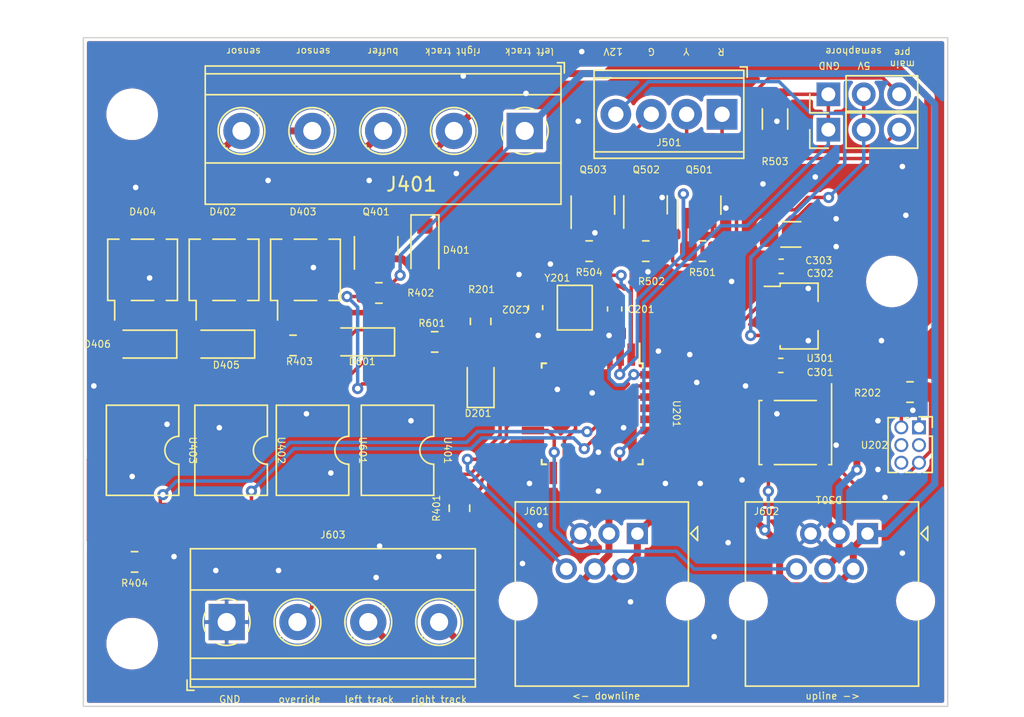
<source format=kicad_pcb>
(kicad_pcb (version 20211014) (generator pcbnew)
  (layers (0 "F.Cu" signal) (31 "B.Cu" signal) (34 "B.Paste" user) (35 "F.Paste" user) (36 "B.SilkS" user "B.Silkscreen") (37 "F.SilkS" user "F.Silkscreen") (38 "B.Mask" user) (39 "F.Mask" user) (44 "Edge.Cuts" user))
  (net 0 "")
  (net 1 "GND")
  (net 2 "/controller/X1")
  (net 3 "/controller/X2")
  (net 4 "+5V")
  (net 5 "Net-(D201-Pad2)")
  (net 6 "/mosfets/track_downline")
  (net 7 "/mosfets/buffer")
  (net 8 "Net-(D402-Pad3)")
  (net 9 "/mosfets/track_upline")
  (net 10 "Net-(D403-Pad3)")
  (net 11 "rightTrack")
  (net 12 "leftTrack")
  (net 13 "Net-(J501-Pad1)")
  (net 14 "Net-(J501-Pad2)")
  (net 15 "Net-(J501-Pad3)")
  (net 16 "+12V")
  (net 17 "direction")
  (net 18 "downLine")
  (net 19 "upLine")
  (net 20 "override")
  (net 21 "/controller/statusLed")
  (net 22 "/controller/RESET")
  (net 23 "semaphore_pre")
  (net 24 "semaphore_main")
  (net 25 "servoDetect")
  (net 26 "greenLed")
  (net 29 "PWM")
  (net 38 "sensor_downline")
  (net 39 "sensor_upline")
  (net 40 "/controller/MOSI")
  (net 41 "/controller/SCK")
  (net 42 "/controller/MISO")
  (net 43 "Net-(D401-Pad2)")
  (net 44 "Net-(R401-Pad1)")
  (net 45 "Net-(D601-Pad2)")
  (net 46 "Net-(Q401-Pad1)")
  (net 47 "Net-(D405-Pad1)")
  (net 48 "Net-(D404-Pad3)")
  (net 49 "Net-(D406-Pad1)")
  (footprint "Connector_RJ:RJ25_Wayconn_MJEA-660X1_Horizontal" (layer "F.Cu") (at 78.74 101.6)
    (fp_text reference "J601")
    (fp_text value "RJ12")
  )
  (footprint "Connector_PinHeader_2.54mm:PinHeader_1x03_P2.54mm_Vertical" (layer "F.Cu") (at 92.439 70.064 90)
    (fp_text reference "servo501" hide)
    (fp_text value "Conn_01x03_Male")
  )
  (footprint "TerminalBlock_Phoenix:TerminalBlock_Phoenix_MPT-0,5-4-2.54_1x04_P2.54mm_Horizontal" (layer "F.Cu") (at 84.815 71.5 180)
    (fp_text reference "J501")
    (fp_text value "signals")
  )
  (footprint "Resistor_SMD:R_0805_2012Metric_Pad1.20x1.40mm_HandSolder" (layer "F.Cu") (at 67.496 86.37 -90)
    (fp_text reference "R201")
    (fp_text value "R")
  )
  (footprint "Capacitor_SMD:C_0603_1608Metric_Pad1.08x0.95mm_HandSolder" (layer "F.Cu") (at 89.028 89.52725)
    (fp_text reference "C301")
    (fp_text value "330nF")
  )
  (footprint "Resistor_SMD:R_0805_2012Metric_Pad1.20x1.40mm_HandSolder" (layer "F.Cu") (at 83.408 81.322)
    (fp_text reference "R501")
    (fp_text value "100k")
  )
  (footprint "Resistor_SMD:R_0805_2012Metric_Pad1.20x1.40mm_HandSolder" (layer "F.Cu") (at 79.344 81.322)
    (fp_text reference "R502")
    (fp_text value "100k")
  )
  (footprint "Diode_SMD:D_SOD-123F" (layer "F.Cu") (at 59.121 87.839489 180)
    (fp_text reference "D601")
    (fp_text value "SM4007")
  )
  (footprint "Package_DIP:SMDIP-4_W9.53mm" (layer "F.Cu") (at 61.534 95.62 -90)
    (fp_text reference "U401")
    (fp_text value "EL817")
  )
  (footprint "Capacitor_SMD:C_0603_1608Metric_Pad1.08x0.95mm_HandSolder" (layer "F.Cu") (at 89.056 82.40925)
    (fp_text reference "C302")
    (fp_text value "100nF")
  )
  (footprint "Connector_PinSocket_1.27mm:PinSocket_2x03_P1.27mm_Vertical" (layer "F.Cu") (at 98.943 93.975)
    (fp_text reference "U202")
    (fp_text value "HEADER_3x2")
  )
  (footprint "Package_QFP:TQFP-32_7x7mm_P0.8mm" (layer "F.Cu") (at 75.5 93 -90)
    (fp_text reference "U201")
    (fp_text value "ATmega328-A")
  )
  (footprint "Resistor_SMD:R_0805_2012Metric_Pad1.20x1.40mm_HandSolder" (layer "F.Cu") (at 54.041 88.093489 180)
    (fp_text reference "R403")
    (fp_text value "33R")
  )
  (footprint "Diode_SMD:D_SOD-123F" (layer "F.Cu") (at 63.5 80.924011 -90)
    (fp_text reference "D401")
    (fp_text value "SM4007")
  )
  (footprint "Capacitor_SMD:C_1206_3216Metric_Pad1.33x1.80mm_HandSolder" (layer "F.Cu") (at 89.752 80.12325)
    (fp_text reference "C303")
    (fp_text value "100uF")
  )
  (footprint "Resistor_SMD:R_0805_2012Metric_Pad1.20x1.40mm_HandSolder" (layer "F.Cu") (at 98.298 91.44 180)
    (fp_text reference "R202")
    (fp_text value "R")
  )
  (footprint "Package_TO_SOT_SMD:SOT-23" (layer "F.Cu") (at 79.324 78 90)
    (fp_text reference "Q502")
    (fp_text value "AO3400A")
  )
  (footprint "Connector_PinHeader_2.54mm:PinHeader_1x03_P2.54mm_Vertical" (layer "F.Cu") (at 92.439 72.604 90)
    (fp_text reference "servo502" hide)
    (fp_text value "Conn_01x03_Male")
  )
  (footprint "Package_TO_SOT_SMD:SOT-89-3" (layer "F.Cu") (at 90.042 85.98325)
    (fp_text reference "U301")
    (fp_text value "L78L05_SOT89")
  )
  (footprint "Package_TO_SOT_SMD:SOT-23" (layer "F.Cu") (at 75.55 78.02 90)
    (fp_text reference "Q503")
    (fp_text value "AO3400A")
  )
  (footprint "Resistor_SMD:R_0805_2012Metric_Pad1.20x1.40mm_HandSolder" (layer "F.Cu") (at 75.28 81.322)
    (fp_text reference "R504")
    (fp_text value "100k")
  )
  (footprint "Resistor_SMD:R_1206_3216Metric_Pad1.30x1.75mm_HandSolder" (layer "F.Cu") (at 88.614 71.842 -90)
    (fp_text reference "R503")
    (fp_text value "0R1")
  )
  (footprint "Resistor_SMD:R_0805_2012Metric_Pad1.20x1.40mm_HandSolder" (layer "F.Cu") (at 42.672 103.632)
    (fp_text reference "R404")
    (fp_text value "33R")
  )
  (footprint "Resistor_SMD:R_0805_2012Metric_Pad1.20x1.40mm_HandSolder" (layer "F.Cu") (at 60.198 84.328)
    (fp_text reference "R402")
    (fp_text value "100k")
  )
  (footprint "Package_TO_SOT_SMD:TO-269AA" (layer "F.Cu") (at 49.088 82.666 90)
    (fp_text reference "D402")
    (fp_text value "MB6S")
  )
  (footprint "Diode_SMD:Diode_Bridge_Diotec_ABS" (layer "F.Cu") (at 90.072 94.34725 -90)
    (fp_text reference "D301")
    (fp_text value "D_Bridge_+-AA")
  )
  (footprint "Package_TO_SOT_SMD:SOT-23" (layer "F.Cu") (at 83.17 78.02 90)
    (fp_text reference "Q501")
    (fp_text value "AO3400A")
  )
  (footprint "Package_TO_SOT_SMD:TO-269AA" (layer "F.Cu") (at 43.246 82.666 90)
    (fp_text reference "D404")
    (fp_text value "MB6S")
  )
  (footprint "TerminalBlock_Phoenix:TerminalBlock_Phoenix_MKDS-1,5-4-5.08_1x04_P5.08mm_Horizontal" (layer "F.Cu") (at 49.276 107.95)
    (fp_text reference "J603")
    (fp_text value "Screw_Terminal_01x04")
  )
  (footprint "custom_kicad_lib_sk:crystal_arduino" (layer "F.Cu") (at 74.23 85.38 90)
    (fp_text reference "Y201")
    (fp_text value "crystal_arduino")
  )
  (footprint "Package_TO_SOT_SMD:SOT-23" (layer "F.Cu") (at 60 80.9375 90)
    (fp_text reference "Q401")
    (fp_text value "AO3400A")
  )
  (footprint "MountingHole:MountingHole_3.2mm_M3" (layer "F.Cu") (at 42.5 109.5)
    (fp_text reference "REF**" hide)
    (fp_text value "MountingHole_3.2mm_M3")
  )
  (footprint "Resistor_SMD:R_0805_2012Metric_Pad1.20x1.40mm_HandSolder" (layer "F.Cu") (at 65.979 99.777489 90)
    (fp_text reference "R401")
    (fp_text value "330R")
  )
  (footprint "Diode_SMD:D_SOD-123F" (layer "F.Cu") (at 43.5 88 180)
    (fp_text reference "D406")
    (fp_text value "SM4007")
  )
  (footprint "Capacitor_SMD:C_0603_1608Metric" (layer "F.Cu") (at 77.11 85.477 -90)
    (fp_text reference "C201")
    (fp_text value "12pF")
  )
  (footprint "Package_DIP:SMDIP-4_W9.53mm" (layer "F.Cu") (at 49.596 95.62 -90)
    (fp_text reference "U402")
    (fp_text value "EL817")
  )
  (footprint "Package_TO_SOT_SMD:TO-269AA" (layer "F.Cu") (at 54.93 82.666 90)
    (fp_text reference "D403")
    (fp_text value "MB6S")
  )
  (footprint "LED_SMD:LED_0805_2012Metric_Pad1.15x1.40mm_HandSolder" (layer "F.Cu") (at 67.496 90.688 90)
    (fp_text reference "D201")
    (fp_text value "yellow_LED")
  )
  (footprint "Package_DIP:SMDIP-4_W9.53mm" (layer "F.Cu") (at 55.438 95.62 -90)
    (fp_text reference "U601")
    (fp_text value "EL817")
  )
  (footprint "Connector_RJ:RJ25_Wayconn_MJEA-660X1_Horizontal" (layer "F.Cu") (at 95.25 101.6)
    (fp_text reference "J602")
    (fp_text value "RJ12")
  )
  (footprint "Resistor_SMD:R_0805_2012Metric_Pad1.20x1.40mm_HandSolder" (layer "F.Cu") (at 64.201 87.839489)
    (fp_text reference "R601")
    (fp_text value "680R")
  )
  (footprint "TerminalBlock_Phoenix:TerminalBlock_Phoenix_MKDS-1,5-5-5.08_1x05_P5.08mm_Horizontal" (layer "F.Cu") (at 70.66 72.695 180)
    (fp_text reference "J401")
    (fp_text value "tracks")
  )
  (footprint "MountingHole:MountingHole_3.2mm_M3" (layer "F.Cu") (at 97 83.5)
    (fp_text reference "REF**" hide)
    (fp_text value "MountingHole_3.2mm_M3")
  )
  (footprint "Capacitor_SMD:C_0603_1608Metric" (layer "F.Cu") (at 71.436 85.38 90)
    (fp_text reference "C202")
    (fp_text value "12pF")
  )
  (footprint "Package_DIP:SMDIP-4_W9.53mm" (layer "F.Cu") (at 43.246 95.62 -90)
    (fp_text reference "U403")
    (fp_text value "EL817")
  )
  (footprint "Diode_SMD:D_SOD-123F" (layer "F.Cu") (at 49.088 88 180)
    (fp_text reference "D405")
    (fp_text value "SM4007")
  )
  (footprint "MountingHole:MountingHole_3.2mm_M3" (layer "F.Cu") (at 42.5 71.5)
    (fp_text reference "REF**" hide)
    (fp_text value "MountingHole_3.2mm_M3")
  )
  (gr_rect (start 39 114) (end 101 66) (layer "Edge.Cuts") (width 0.1) (fill none))
  (gr_text "buffer" (at 60.5 67 180) (layer "F.SilkS") (effects (font (size 0.5 0.5) (thickness 0.075))))
  (gr_text "Y" (at 82.25 66.983602 180) (layer "F.SilkS") (effects (font (size 0.5 0.5) (thickness 0.075))))
  (gr_text "12V" (at 77 67 180) (layer "F.SilkS") (effects (font (size 0.5 0.5) (thickness 0.075))))
  (gr_text "upline ->" (at 92.75 113.25) (layer "F.SilkS") (effects (font (size 0.5 0.5) (thickness 0.075))))
  (gr_text "<- downline" (at 76.5 113.25) (layer "F.SilkS") (effects (font (size 0.5 0.5) (thickness 0.075))))
  (gr_text "left track\n" (at 71 67 180) (layer "F.SilkS") (effects (font (size 0.5 0.5) (thickness 0.075))))
  (gr_text "G" (at 79.75 67 180) (layer "F.SilkS") (effects (font (size 0.5 0.5) (thickness 0.075))))
  (gr_text "GND" (at 49.5 113.5) (layer "F.SilkS") (effects (font (size 0.5 0.5) (thickness 0.075))))
  (gr_text "right track" (at 64.5 113.5) (layer "F.SilkS") (effects (font (size 0.5 0.5) (thickness 0.075))))
  (gr_text "GND" (at 92.5 68 180) (layer "F.SilkS") (effects (font (size 0.5 0.5) (thickness 0.075))))
  (gr_text "R" (at 84.75 67 180) (layer "F.SilkS") (effects (font (size 0.5 0.5) (thickness 0.075))))
  (gr_text "sensor" (at 50.5 67 180) (layer "F.SilkS") (effects (font (size 0.5 0.5) (thickness 0.075))))
  (gr_text "sensor" (at 55.5 67 180) (layer "F.SilkS") (effects (font (size 0.5 0.5) (thickness 0.075))))
  (gr_text "right track" (at 65.5 67 180) (layer "F.SilkS") (effects (font (size 0.5 0.5) (thickness 0.075))))
  (gr_text "semaphore" (at 94.25 67 180) (layer "F.SilkS") (effects (font (size 0.5 0.5) (thickness 0.075))))
  (gr_text "override" (at 54.5 113.5) (layer "F.SilkS") (effects (font (size 0.5 0.5) (thickness 0.075))))
  (gr_text "5V" (at 95 68 180) (layer "F.SilkS") (effects (font (size 0.5 0.5) (thickness 0.075))))
  (gr_text "main\npre" (at 97.75 67.5 180) (layer "F.SilkS") (effects (font (size 0.5 0.5) (thickness 0.075))))
  (gr_text "left track\n" (at 59.5 113.5) (layer "F.SilkS") (effects (font (size 0.5 0.5) (thickness 0.075))))
  (segment (start 76.28 79.1775) (end 76.5 78.9575) (width 0.25) (layer "F.Cu") (net 1))
  (segment (start 76.28 81.322) (end 76.28 79.1775) (width 0.25) (layer "F.Cu") (net 1))
  (segment (start 80.344 81.322) (end 80.344 81.962) (width 0.25) (layer "F.Cu") (net 1))
  (segment (start 76.28 80.598) (end 75.692 80.01) (width 0.25) (layer "F.Cu") (net 1))
  (segment (start 76.28 81.322) (end 76.28 80.598) (width 0.25) (layer "F.Cu") (net 1))
  (segment (start 80.344 81.962) (end 79.502 82.804) (width 0.25) (layer "F.Cu") (net 1))
  (via (at 82.5 88.75) (size 0.8) (drill 0.4) (layers "F.Cu" "B.Cu") (net 1))
  (via (at 97.75 75.25) (size 0.8) (drill 0.4) (layers "F.Cu" "B.Cu") (net 1))
  (via (at 79.502 82.804) (size 0.8) (drill 0.4) (layers "F.Cu" "B.Cu") (net 1))
  (via (at 45 93.75) (size 0.8) (drill 0.4) (layers "F.Cu" "B.Cu") (net 1))
  (via (at 72.5 82.25) (size 0.8) (drill 0.4) (layers "F.Cu" "B.Cu") (net 1))
  (via (at 55 93) (size 0.8) (drill 0.4) (layers "F.Cu" "B.Cu") (net 1))
  (via (at 75.946 98.552) (size 0.8) (drill 0.4) (layers "F.Cu" "B.Cu") (net 1))
  (via (at 83.25 98) (size 0.8) (drill 0.4) (layers "F.Cu" "B.Cu") (net 1))
  (via (at 56.75 97.25) (size 0.8) (drill 0.4) (layers "F.Cu" "B.Cu") (net 1))
  (via (at 74.5 72) (size 0.8) (drill 0.4) (layers "F.Cu" "B.Cu") (net 1))
  (via (at 96 97) (size 0.8) (drill 0.4) (layers "F.Cu" "B.Cu") (net 1))
  (via (at 43.75 83.25) (size 0.8) (drill 0.4) (layers "F.Cu" "B.Cu") (net 1))
  (via (at 60 104.75) (size 0.8) (drill 0.4) (layers "F.Cu" "B.Cu") (net 1))
  (via (at 80.75 98) (size 0.8) (drill 0.4) (layers "F.Cu" "B.Cu") (net 1))
  (via (at 75.946 95.758) (size 0.8) (drill 0.4) (layers "F.Cu" "B.Cu") (net 1))
  (via (at 55.5 82.5) (size 0.8) (drill 0.4) (layers "F.Cu" "B.Cu") (net 1))
  (via (at 80.518 77.47) (size 0.8) (drill 0.4) (layers "F.Cu" "B.Cu") (net 1))
  (via (at 70.25 83) (size 0.8) (drill 0.4) (layers "F.Cu" "B.Cu") (net 1))
  (via (at 70.5 103.75) (size 0.8) (drill 0.4) (layers "F.Cu" "B.Cu") (net 1))
  (via (at 91 87.75) (size 0.8) (drill 0.4) (layers "F.Cu" "B.Cu") (net 1))
  (via (at 53 104.25) (size 0.8) (drill 0.4) (layers "F.Cu" "B.Cu") (net 1))
  (via (at 83 90.75) (size 0.8) (drill 0.4) (layers "F.Cu" "B.Cu") (net 1))
  (via (at 98 78.75) (size 0.8) (drill 0.4) (layers "F.Cu" "B.Cu") (net 1))
  (via (at 77.75 94) (size 0.8) (drill 0.4) (layers "F.Cu" "B.Cu") (net 1))
  (via (at 87.75 76.5) (size 0.8) (drill 0.4) (layers "F.Cu" "B.Cu") (net 1))
  (via (at 42.5 97.5) (size 0.8) (drill 0.4) (layers "F.Cu" "B.Cu") (net 1))
  (via (at 98.5 92.75) (size 0.8) (drill 0.4) (layers "F.Cu" "B.Cu") (net 1))
  (via (at 97.75 103) (size 0.8) (drill 0.4) (layers "F.Cu" "B.Cu") (net 1))
  (via (at 65.75 75.75) (size 0.8) (drill 0.4) (layers "F.Cu" "B.Cu") (net 1))
  (via (at 71 98) (size 0.8) (drill 0.4) (layers "F.Cu" "B.Cu") (net 1))
  (via (at 96.25 87.75) (size 0.8) (drill 0.4) (layers "F.Cu" "B.Cu") (net 1))
  (via (at 96.5 99) (size 0.8) (drill 0.4) (layers "F.Cu" "B.Cu") (net 1))
  (via (at 48.5 104.25) (size 0.8) (drill 0.4) (layers "F.Cu" "B.Cu") (net 1))
  (via (at 66.25 68.75) (size 0.8) (drill 0.4) (layers "F.Cu" "B.Cu") (net 1))
  (via (at 75.5 91.5) (size 0.8) (drill 0.4) (layers "F.Cu" "B.Cu") (net 1))
  (via (at 84.25 109) (size 0.8) (drill 0.4) (layers "F.Cu" "B.Cu") (net 1))
  (via (at 93 79) (size 0.8) (drill 0.4) (layers "F.Cu" "B.Cu") (net 1))
  (via (at 71.628 87.376) (size 0.8) (drill 0.4) (layers "F.Cu" "B.Cu") (net 1))
  (via (at 93 95.25) (size 0.8) (drill 0.4) (layers "F.Cu" "B.Cu") (net 1))
  (via (at 52.25 76.25) (size 0.8) (drill 0.4) (layers "F.Cu" "B.Cu") (net 1))
  (via (at 74.75 67) (size 0.8) (drill 0.4) (layers "F.Cu" "B.Cu") (net 1))
  (via (at 85.5 83.5) (size 0.8) (drill 0.4) (layers "F.Cu" "B.Cu") (net 1))
  (via (at 59.5 76.25) (size 0.8) (drill 0.4) (layers "F.Cu" "B.Cu") (net 1))
  (via (at 76.708 87.376) (size 0.8) (drill 0.4) (layers "F.Cu" "B.Cu") (net 1))
  (via (at 64.5 103.25) (size 0.8) (drill 0.4) (layers "F.Cu" "B.Cu") (net 1))
  (via (at 78.25 106.5) (size 0.8) (drill 0.4) (layers "F.Cu" "B.Cu") (net 1))
  (via (at 86.25 97.75) (size 0.8) (drill 0.4) (layers "F.Cu" "B.Cu") (net 1))
  (via (at 73 91.25) (size 0.8) (drill 0.4) (layers "F.Cu" "B.Cu") (net 1))
  (via (at 91.5 76) (size 0.8) (drill 0.4) (layers "F.Cu" "B.Cu") (net 1))
  (via (at 62.5 93.5) (size 0.8) (drill 0.4) (layers "F.Cu" "B.Cu") (net 1))
  (via (at 80.25 88.5) (size 0.8) (drill 0.4) (layers "F.Cu" "B.Cu") (net 1))
  (via (at 45.5 103.25) (size 0.8) (drill 0.4) (layers "F.Cu" "B.Cu") (net 1))
  (via (at 42.75 76.75) (size 0.8) (drill 0.4) (layers "F.Cu" "B.Cu") (net 1))
  (via (at 93 81) (size 0.8) (drill 0.4) (layers "F.Cu" "B.Cu") (net 1))
  (via (at 91 84) (size 0.8) (drill 0.4) (layers "F.Cu" "B.Cu") (net 1))
  (via (at 88.75 72) (size 0.8) (drill 0.4) (layers "F.Cu" "B.Cu") (net 1))
  (via (at 96 93.5) (size 0.8) (drill 0.4) (layers "F.Cu" "B.Cu") (net 1))
  (via (at 86.5 91) (size 0.8) (drill 0.4) (layers "F.Cu" "B.Cu") (net 1))
  (via (at 85.25 102.25) (size 0.8) (drill 0.4) (layers "F.Cu" "B.Cu") (net 1))
  (via (at 75.692 80.01) (size 0.8) (drill 0.4) (layers "F.Cu" "B.Cu") (net 1))
  (via (at 88.75 93) (size 0.8) (drill 0.4) (layers "F.Cu" "B.Cu") (net 1))
  (via (at 48.75 94) (size 0.8) (drill 0.4) (layers "F.Cu" "B.Cu") (net 1))
  (via (at 60.25 102.5) (size 0.8) (drill 0.4) (layers "F.Cu" "B.Cu") (net 1))
  (via (at 39.75 91) (size 0.8) (drill 0.4) (layers "F.Cu" "B.Cu") (net 1))
  (via (at 71.75 101) (size 0.8) (drill 0.4) (layers "F.Cu" "B.Cu") (net 1))
  (via (at 85.09 78.232) (size 0.8) (drill 0.4) (layers "F.Cu" "B.Cu") (net 1))
  (via (at 70.75 70) (size 0.8) (drill 0.4) (layers "F.Cu" "B.Cu") (net 1))
  (segment (start 73.664511 87.625489) (end 74.422 87.625489) (width 0.25) (layer "F.Cu") (net 2))
  (segment (start 75.2 86.847489) (end 75.2 86.48) (width 0.25) (layer "F.Cu") (net 2))
  (segment (start 73.5 88.75) (end 73.5 87.79) (width 0.25) (layer "F.Cu") (net 2))
  (segment (start 74.422 87.625489) (end 75.2 86.847489) (width 0.25) (layer "F.Cu") (net 2))
  (segment (start 76.882 86.48) (end 77.11 86.252) (width 0.25) (layer "F.Cu") (net 2))
  (segment (start 73.5 87.79) (end 73.664511 87.625489) (width 0.25) (layer "F.Cu") (net 2))
  (segment (start 75.2 86.48) (end 76.882 86.48) (width 0.25) (layer "F.Cu") (net 2))
  (segment (start 70.589 84.605) (end 71.436 84.605) (width 0.25) (layer "F.Cu") (net 3))
  (segment (start 71.732 88.75) (end 70.104 87.122) (width 0.25) (layer "F.Cu") (net 3))
  (segment (start 70.104 85.09) (end 70.589 84.605) (width 0.25) (layer "F.Cu") (net 3))
  (segment (start 70.104 87.122) (end 70.104 85.09) (width 0.25) (layer "F.Cu") (net 3))
  (segment (start 71.436 84.605) (end 72.975 84.605) (width 0.25) (layer "F.Cu") (net 3))
  (segment (start 72.975 84.605) (end 73.3 84.28) (width 0.25) (layer "F.Cu") (net 3))
  (segment (start 72.7 88.75) (end 71.732 88.75) (width 0.25) (layer "F.Cu") (net 3))
  (segment (start 99.767511 91.909511) (end 99.767511 95.690489) (width 0.25) (layer "F.Cu") (net 4))
  (segment (start 74.463489 89.874511) (end 74.390511 89.874511) (width 0.25) (layer "F.Cu") (net 4))
  (segment (start 75.9 88.75) (end 75.9 89.8) (width 0.25) (layer "F.Cu") (net 4))
  (segment (start 82.042 99.18096) (end 82.36252 99.50148) (width 0.25) (layer "F.Cu") (net 4))
  (segment (start 75.1 98.382) (end 74.93 98.552) (width 0.25) (layer "F.Cu") (net 4))
  (segment (start 73.406 97.344) (end 73.5 97.25) (width 0.25) (layer "F.Cu") (net 4))
  (segment (start 74.93 98.552) (end 74.676 98.552) (width 0.25) (layer "F.Cu") (net 4))
  (segment (start 88.1895 80.12325) (end 88.392 80.32575) (width 0.25) (layer "F.Cu") (net 4))
  (segment (start 94.979 72.604) (end 94.979 70.064) (width 0.25) (layer "F.Cu") (net 4))
  (segment (start 88.392 80.32575) (end 88.392 84.48325) (width 0.25) (layer "F.Cu") (net 4))
  (segment (start 82.042 99.12048) (end 82.042 99.18096) (width 0.25) (layer "F.Cu") (net 4))
  (segment (start 81.661 99.50148) (end 81.46748 99.50148) (width 0.25) (layer "F.Cu") (net 4))
  (segment (start 74.3 90.048) (end 74.3 88.75) (width 0.25) (layer "F.Cu") (net 4))
  (segment (start 88.182 84.27325) (end 88.392 84.48325) (width 0.25) (layer "F.Cu") (net 4))
  (segment (start 91.186 98.552) (end 91.186 96.709228) (width 0.25) (layer "F.Cu") (net 4))
  (segment (start 74.676 98.552) (end 75.1 98.976) (width 0.25) (layer "F.Cu") (net 4))
  (segment (start 92.456 77.47) (end 90.932 77.47) (width 0.25) (layer "F.Cu") (net 4))
  (segment (start 75.9 89.8) (end 75.825489 89.874511) (width 0.25) (layer "F.Cu") (net 4))
  (segment (start 99.767511 95.690489) (end 98.943 96.515) (width 0.25) (layer "F.Cu") (net 4))
  (segment (start 88.1895 80.12325) (end 88.1895 79.7045) (width 0.25) (layer "F.Cu") (net 4))
  (segment (start 74.3 90.048) (end 74.3 94.102) (width 0.25) (layer "F.Cu") (net 4))
  (segment (start 75.1 97.25) (end 75.1 98.382) (width 0.25) (layer "F.Cu") (net 4))
  (segment (start 88.192 84.48325) (end 82.042 90.63325) (width 0.25) (layer "F.Cu") (net 4))
  (segment (start 73.5 94.902) (end 73.5 97.25) (width 0.25) (layer "F.Cu") (net 4))
  (segment (start 81.97548 99.50148) (end 81.97548 99.24748) (width 0.25) (layer "F.Cu") (net 4))
  (segment (start 74.676 98.552) (end 75.016 98.552) (width 0.25) (layer "F.Cu") (net 4))
  (segment (start 73.406 98.298) (end 73.406 97.344) (width 0.25) (layer "F.Cu") (net 4))
  (segment (start 75.1 98.976) (end 75.62548 99.50148) (width 0.25) (layer "F.Cu") (net 4))
  (segment (start 74.390511 89.874511) (end 74.3 89.784) (width 0.25) (layer "F.Cu") (net 4))
  (segment (start 75.825489 89.874511) (end 74.463489 89.874511) (width 0.25) (layer "F.Cu") (net 4))
  (segment (start 81.97548 99.50148) (end 82.36252 99.50148) (width 0.25) (layer "F.Cu") (net 4))
  (segment (start 74.3 90.038) (end 74.463489 89.874511) (width 0.25) (layer "F.Cu") (net 4))
  (segment (start 97.414 98.044) (end 98.943 96.515) (width 0.25) (layer "F.Cu") (net 4))
  (segment (start 90.932 77.47) (end 90.043 78.359) (width 0.25) (layer "F.Cu") (net 4))
  (segment (start 74.3 94.102) (end 73.5 94.902) (width 0.25) (layer "F.Cu") (net 4))
  (segment (start 75.1 98.636) (end 75.1 97.25) (width 0.25) (layer "F.Cu") (net 4))
  (segment (start 74.676 98.552) (end 73.66 98.552) (width 0.25) (layer "F.Cu") (net 4))
  (segment (start 82.042 99.12048) (end 81.661 99.50148) (width 0.25) (layer "F.Cu") (net 4))
  (segment (start 90.23652 99.50148) (end 91.186 98.552) (width 0.25) (layer "F.Cu") (net 4))
  (segment (start 73.66 98.552) (end 73.406 98.298) (width 0.25) (layer "F.Cu") (net 4))
  (segment (start 90.043 78.359) (end 89.535 78.359) (width 0.25) (layer "F.Cu") (net 4))
  (segment (start 75.016 98.552) (end 75.1 98.636) (width 0.25) (layer "F.Cu") (net 4))
  (segment (start 82.36252 99.50148) (end 90.23652 99.50148) (width 0.25) (layer "F.Cu") (net 4))
  (segment (start 92.746511 96.497739) (end 94.292772 98.044) (width 0.25) (layer "F.Cu") (net 4))
  (segment (start 94.292772 98.044) (end 97.414 98.044) (width 0.25) (layer "F.Cu") (net 4))
  (segment (start 81.46748 99.50148) (end 81.97548 99.50148) (width 0.25) (layer "F.Cu") (net 4))
  (segment (start 75.1 98.976) (end 75.1 98.636) (width 0.25) (layer "F.Cu") (net 4))
  (segment (start 88.1895 79.7045) (end 89.535 78.359) (width 0.25) (layer "F.Cu") (net 4))
  (segment (start 75.62548 99.50148) (end 81.46748 99.50148) (width 0.25) (layer "F.Cu") (net 4))
  (segment (start 91.186 96.709228) (end 91.397489 96.497739) (width 0.25) (layer "F.Cu") (net 4))
  (segment (start 91.397489 96.497739) (end 92.746511 96.497739) (width 0.25) (layer "F.Cu") (net 4))
  (segment (start 88.1895 80.12325) (end 87.709989 79.643739) (width 0.25) (layer "F.Cu") (net 4))
  (segment (start 82.042 90.63325) (end 82.042 99.12048) (width 0.25) (layer "F.Cu") (net 4))
  (segment (start 88.392 84.48325) (end 88.192 84.48325) (width 0.25) (layer "F.Cu") (net 4))
  (segment (start 99.298 91.44) (end 99.767511 91.909511) (width 0.25) (layer "F.Cu") (net 4))
  (segment (start 81.97548 99.24748) (end 82.042 99.18096) (width 0.25) (layer "F.Cu") (net 4))
  (segment (start 74.3 90.048) (end 74.3 90.038) (width 0.25) (layer "F.Cu") (net 4))
  (via (at 92.456 77.47) (size 0.8) (drill 0.4) (layers "F.Cu" "B.Cu") (net 4))
  (segment (start 94.979 74.947) (end 92.456 77.47) (width 0.25) (layer "B.Cu") (net 4))
  (segment (start 94.979 72.604) (end 94.979 74.947) (width 0.25) (layer "B.Cu") (net 4))
  (segment (start 67.496 89.663) (end 67.496 87.37) (width 0.25) (layer "F.Cu") (net 5))
  (segment (start 48.326 89.326) (end 48.326 90.855) (width 0.25) (layer "F.Cu") (net 6))
  (segment (start 47.688 88) (end 47.688 85.871) (width 0.25) (layer "F.Cu") (net 6))
  (segment (start 46.5 79.109978) (end 52.914978 72.695) (width 0.5) (layer "F.Cu") (net 6))
  (segment (start 47.818 83.318) (end 46.5 82) (width 0.5) (layer "F.Cu") (net 6))
  (segment (start 47.688 88.688) (end 48.326 89.326) (width 0.25) (layer "F.Cu") (net 6))
  (segment (start 47.688 85.871) (end 47.818 85.741) (width 0.25) (layer "F.Cu") (net 6))
  (segment (start 47.818 85.741) (end 47.818 83.318) (width 0.5) (layer "F.Cu") (net 6))
  (segment (start 47.688 88) (end 47.688 88.688) (width 0.25) (layer "F.Cu") (net 6))
  (segment (start 52.914978 72.695) (end 55.42 72.695) (width 0.5) (layer "F.Cu") (net 6))
  (segment (start 46.5 82) (end 46.5 79.109978) (width 0.5) (layer "F.Cu") (net 6))
  (segment (start 52.810489 77.689511) (end 53.5 77) (width 0.5) (layer "F.Cu") (net 7))
  (segment (start 53.5 77) (end 56.195 77) (width 0.5) (layer "F.Cu") (net 7))
  (segment (start 53.66 85.741) (end 52.810489 84.891489) (width 0.5) (layer "F.Cu") (net 7))
  (segment (start 56.195 77) (end 60.5 72.695) (width 0.5) (layer "F.Cu") (net 7))
  (segment (start 52.810489 84.891489) (end 52.810489 77.689511) (width 0.5) (layer "F.Cu") (net 7))
  (segment (start 47.818 79.591) (end 50.358 79.591) (width 0.5) (layer "F.Cu") (net 8))
  (segment (start 41.976 88.124) (end 42.1 88) (width 0.25) (layer "F.Cu") (net 9))
  (segment (start 42.1 88) (end 42.1 85.865) (width 0.25) (layer "F.Cu") (net 9))
  (segment (start 41.976 90.855) (end 41.976 88.124) (width 0.25) (layer "F.Cu") (net 9))
  (segment (start 42.1 85.865) (end 41.976 85.741) (width 0.25) (layer "F.Cu") (net 9))
  (segment (start 43.906022 82) (end 42.5 82) (width 0.5) (layer "F.Cu") (net 9))
  (segment (start 45.5 80.406022) (end 43.906022 82) (width 0.5) (layer "F.Cu") (net 9))
  (segment (start 42.5 82) (end 41.976 82.524) (width 0.5) (layer "F.Cu") (net 9))
  (segment (start 45.5 77.535) (end 45.5 80.406022) (width 0.5) (layer "F.Cu") (net 9))
  (segment (start 50.34 72.695) (end 45.5 77.535) (width 0.5) (layer "F.Cu") (net 9))
  (segment (start 41.976 82.524) (end 41.976 85.741) (width 0.5) (layer "F.Cu") (net 9))
  (segment (start 53.66 79.591) (end 56.2 79.591) (width 0.5) (layer "F.Cu") (net 10))
  (segment (start 92.072 99.69) (end 91.686 100.076) (width 0.25) (layer "F.Cu") (net 11))
  (segment (start 77.149198 100.076) (end 76.7 100.525198) (width 0.5) (layer "F.Cu") (net 11))
  (segment (start 76.7 100.525198) (end 76.7 101.6) (width 0.5) (layer "F.Cu") (net 11))
  (segment (start 93.21 101.6) (end 91.686 100.076) (width 0.5) (layer "F.Cu") (net 11))
  (segment (start 60.475989 79.524011) (end 60 80) (width 0.5) (layer "F.Cu") (net 11))
  (segment (start 66.12552 82.149531) (end 63.5 79.524011) (width 0.25) (layer "F.Cu") (net 11))
  (segment (start 91.686 100.076) (end 77.149198 100.076) (width 0.5) (layer "F.Cu") (net 11))
  (segment (start 63.5 74.775) (end 65.58 72.695) (width 0.5) (layer "F.Cu") (net 11))
  (segment (start 97.607756 68.314969) (end 98.720394 69.427607) (width 0.5) (layer "F.Cu") (net 11))
  (segment (start 98.720394 69.427607) (end 99.568 70.275213) (width 0.5) (layer "F.Cu") (net 11))
  (segment (start 64.516 107.95) (end 65.816 109.25) (width 0.5) (layer "F.Cu") (net 11))
  (segment (start 76.7 103.12) (end 75.68 104.14) (width 0.5) (layer "F.Cu") (net 11))
  (segment (start 76.719031 68.314969) (end 97.607756 68.314969) (width 0.5) (layer "F.Cu") (net 11))
  (segment (start 62.804 90.855) (end 63.944 90.855) (width 0.25) (layer "F.Cu") (net 11))
  (segment (start 57.505489 90.855) (end 60.521 87.839489) (width 0.25) (layer "F.Cu") (net 11))
  (segment (start 63.5 79.524011) (end 63.5 74.775) (width 0.5) (layer "F.Cu") (net 11))
  (segment (start 99.568 86.36) (end 94.488 91.44) (width 0.5) (layer "F.Cu") (net 11))
  (segment (start 92.072 97.32225) (end 92.072 99.69) (width 0.25) (layer "F.Cu") (net 11))
  (segment (start 66.12552 88.67348) (end 66.12552 82.149531) (width 0.25) (layer "F.Cu") (net 11))
  (segment (start 63.944 90.855) (end 66.12552 88.67348) (width 0.25) (layer "F.Cu") (net 11))
  (segment (start 99.568 70.275213) (end 99.568 86.36) (width 0.5) (layer "F.Cu") (net 11))
  (segment (start 63.5 79.524011) (end 60.475989 79.524011) (width 0.5) (layer "F.Cu") (net 11))
  (segment (start 76.454 68.58) (end 76.719031 68.314969) (width 0.5) (layer "F.Cu") (net 11))
  (segment (start 69.695 68.58) (end 76.454 68.58) (width 0.5) (layer "F.Cu") (net 11))
  (segment (start 93.21 103.12) (end 92.19 104.14) (width 0.5) (layer "F.Cu") (net 11))
  (segment (start 70.57 109.25) (end 75.68 104.14) (width 0.5) (layer "F.Cu") (net 11))
  (segment (start 65.816 109.25) (end 70.57 109.25) (width 0.5) (layer "F.Cu") (net 11))
  (segment (start 76.7 101.6) (end 76.7 103.12) (width 0.5) (layer "F.Cu") (net 11))
  (segment (start 60.521 88.572) (end 62.804 90.855) (width 0.25) (layer "F.Cu") (net 11))
  (segment (start 93.21 101.6) (end 93.21 103.12) (width 0.5) (layer "F.Cu") (net 11))
  (segment (start 65.58 72.695) (end 69.695 68.58) (width 0.5) (layer "F.Cu") (net 11))
  (segment (start 60.521 87.839489) (end 60.521 88.572) (width 0.25) (layer "F.Cu") (net 11))
  (segment (start 94.488 91.44) (end 94.488 97.028) (width 0.5) (layer "F.Cu") (net 11))
  (segment (start 56.708 90.855) (end 57.505489 90.855) (width 0.25) (layer "F.Cu") (net 11))
  (via (at 94.488 97.028) (size 0.8) (drill 0.4) (layers "F.Cu" "B.Cu") (net 11))
  (segment (start 94.488 97.028) (end 93.21 98.306) (width 0.5) (layer "B.Cu") (net 11))
  (segment (start 93.21 98.306) (end 93.21 101.6) (width 0.5) (layer "B.Cu") (net 11))
  (segment (start 70.859751 109.949519) (end 74.89127 105.918) (width 0.5) (layer "F.Cu") (net 12))
  (segment (start 78.74 103.12) (end 77.72 104.14) (width 0.5) (layer "F.Cu") (net 12))
  (segment (start 78.74 101.6) (end 79.56448 100.77552) (width 0.5) (layer "F.Cu") (net 12))
  (segment (start 65.278 86.106) (end 65.278 87.762489) (width 0.25) (layer "F.Cu") (net 12))
  (segment (start 65.278 87.762489) (end 65.201 87.839489) (width 0.25) (layer "F.Cu") (net 12))
  (segment (start 88.138 98.552) (end 88.138 97.38825) (width 0.25) (layer "F.Cu") (net 12))
  (segment (start 75.942 105.918) (end 77.72 104.14) (width 0.5) (layer "F.Cu") (net 12))
  (segment (start 93.020489 105.349511) (end 94.23 104.14) (width 0.5) (layer "F.Cu") (net 12))
  (segment (start 89.649003 105.349511) (end 93.020489 105.349511) (width 0.5) (layer "F.Cu") (net 12))
  (segment (start 87.31352 100.77552) (end 88.940489 102.402489) (width 0.5) (layer "F.Cu") (net 12))
  (segment (start 61.198 83.582) (end 61.722 83.058) (width 0.25) (layer "F.Cu") (net 12))
  (segment (start 78.74 101.6) (end 78.74 103.12) (width 0.5) (layer "F.Cu") (net 12))
  (segment (start 61.198 84.328) (end 63.5 84.328) (width 0.25) (layer "F.Cu") (net 12))
  (segment (start 74.89127 105.918) (end 75.942 105.918) (width 0.5) (layer "F.Cu") (net 12))
  (segment (start 63.5 84.328) (end 65.278 86.106) (width 0.25) (layer "F.Cu") (net 12))
  (segment (start 88.138 97.38825) (end 88.072 97.32225) (width 0.25) (layer "F.Cu") (net 12))
  (segment (start 88.940489 104.640997) (end 89.649003 105.349511) (width 0.5) (layer "F.Cu") (net 12))
  (segment (start 94.23 102.62) (end 95.25 101.6) (width 0.5) (layer "F.Cu") (net 12))
  (segment (start 61.43552 109.94952) (end 70.859751 109.949519) (width 0.5) (layer "F.Cu") (net 12))
  (segment (start 94.23 104.14) (end 94.23 102.62) (width 0.5) (layer "F.Cu") (net 12))
  (segment (start 88.940489 102.402489) (end 88.940489 104.640997) (width 0.5) (layer "F.Cu") (net 12))
  (segment (start 79.56448 100.77552) (end 87.31352 100.77552) (width 0.5) (layer "F.Cu") (net 12))
  (segment (start 61.198 84.328) (end 61.198 83.582) (width 0.25) (layer "F.Cu") (net 12))
  (segment (start 59.436 107.95) (end 61.43552 109.94952) (width 0.5) (layer "F.Cu") (net 12))
  (via (at 87.884 101.346) (size 0.8) (drill 0.4) (layers "F.Cu" "B.Cu") (net 12))
  (via (at 61.722 83.058) (size 0.8) (drill 0.4) (layers "F.Cu" "B.Cu") (net 12))
  (via (at 88.138 98.552) (size 0.8) (drill 0.4) (layers "F.Cu" "B.Cu") (net 12))
  (segment (start 61.722 81.633) (end 70.66 72.695) (width 0.25) (layer "B.Cu") (net 12))
  (segment (start 96.51 101.6) (end 100.076 98.034) (width 0.5) (layer "B.Cu") (net 12))
  (segment (start 100.076 98.034) (end 100.076 70.783213) (width 0.5) (layer "B.Cu") (net 12))
  (segment (start 97.872787 68.58) (end 74.775 68.58) (width 0.5) (layer "B.Cu") (net 12))
  (segment (start 87.884 101.346) (end 88.138 101.092) (width 0.25) (layer "B.Cu") (net 12))
  (segment (start 95.25 101.6) (end 96.51 101.6) (width 0.5) (layer "B.Cu") (net 12))
  (segment (start 88.138 101.092) (end 88.138 98.552) (width 0.25) (layer "B.Cu") (net 12))
  (segment (start 61.722 83.058) (end 61.722 81.633) (width 0.25) (layer "B.Cu") (net 12))
  (segment (start 100.076 70.783213) (end 97.872787 68.58) (width 0.5) (layer "B.Cu") (net 12))
  (segment (start 74.775 68.58) (end 70.66 72.695) (width 0.5) (layer "B.Cu") (net 12))
  (segment (start 84.815 75.4375) (end 84.815 71.5) (width 0.25) (layer "F.Cu") (net 13))
  (segment (start 83.17 77.0825) (end 84.815 75.4375) (width 0.25) (layer "F.Cu") (net 13))
  (segment (start 82.275 74.1115) (end 82.275 71.5) (width 0.25) (layer "F.Cu") (net 14))
  (segment (start 79.324 77.0625) (end 82.275 74.1115) (width 0.25) (layer "F.Cu") (net 14))
  (segment (start 75.55 75.685) (end 79.735 71.5) (width 0.25) (layer "F.Cu") (net 15))
  (segment (start 75.55 77.0825) (end 75.55 75.685) (width 0.25) (layer "F.Cu") (net 15))
  (segment (start 88.1655 89.52725) (end 90.0105 91.37225) (width 0.25) (layer "F.Cu") (net 16))
  (segment (start 86.868 87.376) (end 88.28475 87.376) (width 0.25) (layer "F.Cu") (net 16))
  (segment (start 88.392 87.48325) (end 88.392 89.30075) (width 0.25) (layer "F.Cu") (net 16))
  (segment (start 88.28475 87.376) (end 88.392 87.48325) (width 0.25) (layer "F.Cu") (net 16))
  (segment (start 88.392 89.30075) (end 88.1655 89.52725) (width 0.25) (layer "F.Cu") (net 16))
  (segment (start 90.0105 91.37225) (end 92.072 91.37225) (width 0.25) (layer "F.Cu") (net 16))
  (via (at 86.868 87.376) (size 0.8) (drill 0.4) (layers "F.Cu" "B.Cu") (net 16))
  (segment (start 91.179489 71.429489) (end 93.613511 71.429489) (width 0.25) (layer "B.Cu") (net 16))
  (segment (start 88.90452 69.15452) (end 91.179489 71.429489) (width 0.25) (layer "B.Cu") (net 16))
  (segment (start 86.868 81.788) (end 86.868 87.376) (width 0.25) (layer "B.Cu") (net 16))
  (segment (start 93.613511 71.429489) (end 93.613511 75.042489) (width 0.25) (layer "B.Cu") (net 16))
  (segment (start 79.54048 69.15452) (end 88.90452 69.15452) (width 0.25) (layer "B.Cu") (net 16))
  (segment (start 77.195 71.5) (end 79.54048 69.15452) (width 0.25) (layer "B.Cu") (net 16))
  (segment (start 93.613511 75.042489) (end 86.868 81.788) (width 0.25) (layer "B.Cu") (net 16))
  (segment (start 66.928282 97.79) (end 59.303 97.79) (width 0.25) (layer "F.Cu") (net 17))
  (segment (start 71.25 95) (end 69.718282 95) (width 0.25) (layer "F.Cu") (net 17))
  (segment (start 69.718282 95) (end 66.928282 97.79) (width 0.25) (layer "F.Cu") (net 17))
  (segment (start 59.303 97.79) (end 56.708 100.385) (width 0.25) (layer "F.Cu") (net 17))
  (segment (start 71.25 92.6) (end 70.086282 92.6) (width 0.25) (layer "F.Cu") (net 18))
  (segment (start 67.180846 96.266) (end 66.548 96.266) (width 0.25) (layer "F.Cu") (net 18))
  (segment (start 70.086282 92.6) (end 68.89248 93.793803) (width 0.25) (layer "F.Cu") (net 18))
  (segment (start 68.89248 94.554366) (end 67.180846 96.266) (width 0.25) (layer "F.Cu") (net 18))
  (segment (start 68.89248 93.793803) (end 68.89248 94.554366) (width 0.25) (layer "F.Cu") (net 18))
  (via (at 66.548 96.266) (size 0.8) (drill 0.4) (layers "F.Cu" "B.Cu") (net 18))
  (segment (start 66.548 97.048) (end 66.548 96.266) (width 0.25) (layer "B.Cu") (net 18))
  (segment (start 73.64 104.14) (end 66.548 97.048) (width 0.25) (layer "B.Cu") (net 18))
  (segment (start 72.7755 94.6755) (end 72.7755 95.758) (width 0.25) (layer "F.Cu") (net 19))
  (segment (start 72.3 94.2) (end 72.7755 94.6755) (width 0.25) (layer "F.Cu") (net 19))
  (segment (start 71.25 94.2) (end 72.3 94.2) (width 0.25) (layer "F.Cu") (net 19))
  (via (at 72.7755 95.758) (size 0.8) (drill 0.4) (layers "F.Cu" "B.Cu") (net 19))
  (segment (start 74.396269 102.87) (end 81.534 102.87) (width 0.25) (layer "B.Cu") (net 19))
  (segment (start 82.804 104.14) (end 90.15 104.14) (width 0.25) (layer "B.Cu") (net 19))
  (segment (start 72.7755 95.758) (end 72.7755 101.249231) (width 0.25) (layer "B.Cu") (net 19))
  (segment (start 81.534 102.87) (end 82.804 104.14) (width 0.25) (layer "B.Cu") (net 19))
  (segment (start 72.7755 101.249231) (end 74.396269 102.87) (width 0.25) (layer "B.Cu") (net 19))
  (segment (start 57.971293 98.485989) (end 59.116802 97.34048) (width 0.25) (layer "F.Cu") (net 20))
  (segment (start 56.067989 98.485989) (end 57.971293 98.485989) (width 0.25) (layer "F.Cu") (net 20))
  (segment (start 69.342 94.740564) (end 69.342 93.98) (width 0.25) (layer "F.Cu") (net 20))
  (segment (start 59.116802 97.34048) (end 66.742084 97.34048) (width 0.25) (layer "F.Cu") (net 20))
  (segment (start 54.356 107.95) (end 55.382511 106.923489) (width 0.25) (layer "F.Cu") (net 20))
  (segment (start 66.742084 97.34048) (end 69.342 94.740564) (width 0.25) (layer "F.Cu") (net 20))
  (segment (start 69.342 93.98) (end 69.922 93.4) (width 0.25) (layer "F.Cu") (net 20))
  (segment (start 55.382511 99.171467) (end 56.067989 98.485989) (width 0.25) (layer "F.Cu") (net 20))
  (segment (start 69.922 93.4) (end 71.25 93.4) (width 0.25) (layer "F.Cu") (net 20))
  (segment (start 55.382511 106.923489) (end 55.382511 99.171467) (width 0.25) (layer "F.Cu") (net 20))
  (segment (start 71.25 90.2) (end 70.134 90.2) (width 0.25) (layer "F.Cu") (net 21))
  (segment (start 69.596 86.36) (end 69.088 85.852) (width 0.25) (layer "F.Cu") (net 21))
  (segment (start 70.134 90.2) (end 69.596 89.662) (width 0.25) (layer "F.Cu") (net 21))
  (segment (start 68.606 85.37) (end 69.088 85.852) (width 0.25) (layer "F.Cu") (net 21))
  (segment (start 67.496 85.37) (end 68.606 85.37) (width 0.25) (layer "F.Cu") (net 21))
  (segment (start 69.596 89.662) (end 69.596 86.36) (width 0.25) (layer "F.Cu") (net 21))
  (segment (start 69.088 85.852) (end 69.342 86.106) (width 0.25) (layer "F.Cu") (net 21))
  (segment (start 97.673 93.975) (end 97.673 91.815) (width 0.25) (layer "F.Cu") (net 22))
  (segment (start 97.673 91.815) (end 97.298 91.44) (width 0.25) (layer "F.Cu") (net 22))
  (segment (start 96.344489 68.889489) (end 88.179018 68.889489) (width 0.25) (layer "F.Cu") (net 23))
  (segment (start 82.703572 78.9575) (end 82.22 78.9575) (width 0.25) (layer "F.Cu") (net 23))
  (segment (start 82.22 78.9575) (end 82.22 81.134) (width 0.25) (layer "F.Cu") (net 23))
  (segment (start 97.519 70.064) (end 96.344489 68.889489) (width 0.25) (layer "F.Cu") (net 23))
  (segment (start 88.179018 68.889489) (end 86.36 70.708507) (width 0.25) (layer "F.Cu") (net 23))
  (segment (start 77.5 90.14) (end 77.47 90.17) (width 0.25) (layer "F.Cu") (net 23))
  (segment (start 82.22 81.134) (end 82.408 81.322) (width 0.25) (layer "F.Cu") (net 23))
  (segment (start 82.042 78.7795) (end 82.22 78.9575) (width 0.25) (layer "F.Cu") (net 23))
  (segment (start 82.042 77.216) (end 82.042 78.7795) (width 0.25) (layer "F.Cu") (net 23))
  (segment (start 86.36 75.301072) (end 82.703572 78.9575) (width 0.25) (layer "F.Cu") (net 23))
  (segment (start 86.36 70.708507) (end 86.36 75.301072) (width 0.25) (layer "F.Cu") (net 23))
  (segment (start 77.5 88.75) (end 77.5 90.14) (width 0.25) (layer "F.Cu") (net 23))
  (via (at 77.47 90.17) (size 0.8) (drill 0.4) (layers "F.Cu" "B.Cu") (net 23))
  (via (at 82.042 77.216) (size 0.8) (drill 0.4) (layers "F.Cu" "B.Cu") (net 23))
  (segment (start 78.74 86.614) (end 78.74 84.836) (width 0.25) (layer "B.Cu") (net 23))
  (segment (start 77.47 90.17) (end 78.74 88.9) (width 0.25) (layer "B.Cu") (net 23))
  (segment (start 80.01 83.566) (end 82.042 81.534) (width 0.25) (layer "B.Cu") (net 23))
  (segment (start 78.74 84.836) (end 80.01 83.566) (width 0.25) (layer "B.Cu") (net 23))
  (segment (start 78.74 88.9) (end 78.74 86.614) (width 0.25) (layer "B.Cu") (net 23))
  (segment (start 82.042 81.534) (end 82.042 77.216) (width 0.25) (layer "B.Cu") (net 23))
  (segment (start 85.852 81.534) (end 85.852 76.454) (width 0.25) (layer "F.Cu") (net 24))
  (segment (start 95.447 74.676) (end 97.519 72.604) (width 0.25) (layer "F.Cu") (net 24))
  (segment (start 81.58452 82.34652) (end 85.03948 82.34652) (width 0.25) (layer "F.Cu") (net 24))
  (segment (start 80.931973 80.29748) (end 81.26852 80.634027) (width 0.25) (layer "F.Cu") (net 24))
  (segment (start 78.374 81.292) (end 78.344 81.322) (width 0.25) (layer "F.Cu") (net 24))
  (segment (start 79.73398 80.29748) (end 80.931973 80.29748) (width 0.25) (layer "F.Cu") (net 24))
  (segment (start 87.63 74.676) (end 95.447 74.676) (width 0.25) (layer "F.Cu") (net 24))
  (segment (start 78.374 78.9375) (end 79.73398 80.29748) (width 0.25) (layer "F.Cu") (net 24))
  (segment (start 81.26852 80.634027) (end 81.26852 82.03052) (width 0.25) (layer "F.Cu") (net 24))
  (segment (start 85.852 76.454) (end 87.63 74.676) (width 0.25) (layer "F.Cu") (net 24))
  (segment (start 78.3 81.366) (end 78.344 81.322) (width 0.25) (layer "F.Cu") (net 24))
  (segment (start 81.26852 82.03052) (end 81.58452 82.34652) (width 0.25) (layer "F.Cu") (net 24))
  (segment (start 78.3 88.75) (end 78.3 81.366) (width 0.25) (layer "F.Cu") (net 24))
  (segment (start 78.374 78.9375) (end 78.374 81.292) (width 0.25) (layer "F.Cu") (net 24))
  (segment (start 85.03948 82.34652) (end 85.852 81.534) (width 0.25) (layer "F.Cu") (net 24))
  (segment (start 77.47 97.22) (end 77.5 97.25) (width 0.25) (layer "F.Cu") (net 25))
  (segment (start 92.439 72.604) (end 92.439 70.064) (width 0.25) (layer "F.Cu") (net 25))
  (segment (start 92.439 70.064) (end 88.842 70.064) (width 0.25) (layer "F.Cu") (net 25))
  (segment (start 88.842 70.064) (end 88.614 70.292) (width 0.25) (layer "F.Cu") (net 25))
  (segment (start 77.47 95.758) (end 77.47 97.22) (width 0.25) (layer "F.Cu") (net 25))
  (via (at 77.47 95.758) (size 0.8) (drill 0.4) (layers "F.Cu" "B.Cu") (net 25))
  (segment (start 84.709718 79.502) (end 82.232859 81.978859) (width 0.25) (layer "B.Cu") (net 25))
  (segment (start 82.232859 81.978859) (end 79.18952 85.022198) (width 0.25) (layer "B.Cu") (net 25))
  (segment (start 79.206562 85.361042) (end 79.206562 94.021438) (width 0.25) (layer "B.Cu") (net 25))
  (segment (start 79.206562 94.021438) (end 77.47 95.758) (width 0.25) (layer "B.Cu") (net 25))
  (segment (start 86.614 79.502) (end 84.709718 79.502) (width 0.25) (layer "B.Cu") (net 25))
  (segment (start 79.18952 85.344) (end 79.206562 85.361042) (width 0.25) (layer "B.Cu") (net 25))
  (segment (start 79.18952 85.022198) (end 79.18952 85.344) (width 0.25) (layer "B.Cu") (net 25))
  (segment (start 92.439 73.677) (end 86.614 79.502) (width 0.25) (layer "B.Cu") (net 25))
  (segment (start 92.439 72.604) (end 92.439 73.677) (width 0.25) (layer "B.Cu") (net 25))
  (segment (start 77.47 83.058) (end 77.5755 83.058) (width 0.25) (layer "F.Cu") (net 26))
  (segment (start 79.732548 90.182548) (end 79.75 90.2) (width 0.25) (layer "F.Cu") (net 26))
  (segment (start 74.28 81.322) (end 76.016 83.058) (width 0.25) (layer "F.Cu") (net 26))
  (segment (start 74.6 81.002) (end 74.28 81.322) (width 0.25) (layer "F.Cu") (net 26))
  (segment (start 78.482051 90.182548) (end 79.732548 90.182548) (width 0.25) (layer "F.Cu") (net 26))
  (segment (start 76.016 83.058) (end 77.47 83.058) (width 0.25) (layer "F.Cu") (net 26))
  (segment (start 74.6 78.9575) (end 74.6 81.002) (width 0.25) (layer "F.Cu") (net 26))
  (via (at 78.482051 90.182548) (size 0.8) (drill 0.4) (layers "F.Cu" "B.Cu") (net 26))
  (via (at 77.5755 83.058) (size 0.8) (drill 0.4) (layers "F.Cu" "B.Cu") (net 26))
  (segment (start 76.708 90.432614) (end 77.207386 90.932) (width 0.25) (layer "B.Cu") (net 26))
  (segment (start 77.732599 90.932) (end 78.482051 90.182548) (width 0.25) (layer "B.Cu") (net 26))
  (segment (start 78.232 88.383386) (end 76.708 89.907386) (width 0.25) (layer "B.Cu") (net 26))
  (segment (start 77.5755 83.058) (end 77.5755 83.6715) (width 0.25) (layer "B.Cu") (net 26))
  (segment (start 77.5755 83.6715) (end 78.232 84.328) (width 0.25) (layer "B.Cu") (net 26))
  (segment (start 76.708 89.907386) (end 76.708 90.432614) (width 0.25) (layer "B.Cu") (net 26))
  (segment (start 77.207386 90.932) (end 77.732599 90.932) (width 0.25) (layer "B.Cu") (net 26))
  (segment (start 78.232 84.328) (end 78.232 88.383386) (width 0.25) (layer "B.Cu") (net 26))
  (segment (start 66.204489 98.552) (end 65.979 98.777489) (width 0.25) (layer "F.Cu") (net 29))
  (segment (start 67.564 97.79) (end 67.564 98.298) (width 0.25) (layer "F.Cu") (net 29))
  (segment (start 71.25 95.8) (end 69.554 95.8) (width 0.25) (layer "F.Cu") (net 29))
  (segment (start 67.31 98.552) (end 67.564 98.298) (width 0.25) (layer "F.Cu") (net 29))
  (segment (start 69.554 95.8) (end 67.564 97.79) (width 0.25) (layer "F.Cu") (net 29))
  (segment (start 67.31 98.552) (end 66.204489 98.552) (width 0.25) (layer "F.Cu") (net 29))
  (segment (start 51.054 100.197) (end 50.866 100.385) (width 0.25) (layer "F.Cu") (net 38))
  (segment (start 51.054 98.552) (end 51.054 100.197) (width 0.25) (layer "F.Cu") (net 38))
  (segment (start 78.634 91.8) (end 74.93 95.504) (width 0.25) (layer "F.Cu") (net 38))
  (segment (start 79.75 91.8) (end 78.634 91.8) (width 0.25) (layer "F.Cu") (net 38))
  (via (at 51.054 98.552) (size 0.8) (drill 0.4) (layers "F.Cu" "B.Cu") (net 38))
  (via (at 74.93 95.504) (size 0.8) (drill 0.4) (layers "F.Cu" "B.Cu") (net 38))
  (segment (start 74.93 95.504) (end 74.157791 94.731791) (width 0.25) (layer "B.Cu") (net 38))
  (segment (start 74.157791 94.731791) (end 67.574209 94.731791) (width 0.25) (layer "B.Cu") (net 38))
  (segment (start 67.574209 94.731791) (end 66.802 95.504) (width 0.25) (layer "B.Cu") (net 38))
  (segment (start 54.102 95.504) (end 51.054 98.552) (width 0.25) (layer "B.Cu") (net 38))
  (segment (start 66.802 95.504) (end 54.102 95.504) (width 0.25) (layer "B.Cu") (net 38))
  (segment (start 75.389729 94.282271) (end 75.127131 94.282271) (width 0.25) (layer "F.Cu") (net 39))
  (segment (start 44.516 100.385) (end 44.516 98.994) (width 0.25) (layer "F.Cu") (net 39))
  (segment (start 79.75 91) (end 78.672 91) (width 0.25) (layer "F.Cu") (net 39))
  (segment (start 78.672 91) (end 75.389729 94.282271) (width 0.25) (layer "F.Cu") (net 39))
  (segment (start 44.516 98.994) (end 44.704 98.806) (width 0.25) (layer "F.Cu") (net 39))
  (via (at 75.127131 94.282271) (size 0.8) (drill 0.4) (layers "F.Cu" "B.Cu") (net 39))
  (via (at 44.704 98.806) (size 0.8) (drill 0.4) (layers "F.Cu" "B.Cu") (net 39))
  (segment (start 53.827009 95.05448) (end 51.054 97.827489) (width 0.25) (layer "B.Cu") (net 39))
  (segment (start 45.682511 97.827489) (end 44.704 98.806) (width 0.25) (layer "B.Cu") (net 39))
  (segment (start 67.261729 94.282271) (end 66.48952 95.05448) (width 0.25) (layer "B.Cu") (net 39))
  (segment (start 66.48952 95.05448) (end 53.827009 95.05448) (width 0.25) (layer "B.Cu") (net 39))
  (segment (start 51.054 97.827489) (end 45.682511 97.827489) (width 0.25) (layer "B.Cu") (net 39))
  (segment (start 75.127131 94.282271) (end 67.261729 94.282271) (width 0.25) (layer "B.Cu") (net 39))
  (segment (start 40.894 103.632) (end 39.37 102.108) (width 0.25) (layer "F.Cu") (net 43))
  (segment (start 63.5 82.324011) (end 62.338011 82.324011) (width 0.5) (layer "F.Cu") (net 43))
  (segment (start 55.041 87) (end 55.350489 86.690511) (width 0.5) (layer "F.Cu") (net 43))
  (segment (start 46.736 86.868) (end 46.736 86.614) (width 0.5) (layer "F.Cu") (net 43))
  (segment (start 51.307511 86.690511) (end 50.358 85.741) (width 0.5) (layer "F.Cu") (net 43))
  (segment (start 43.190511 92.445489) (end 43.190511 87.066489) (width 0.25) (layer "F.Cu") (net 43))
  (segment (start 55.041 88.093489) (end 55.041 87) (width 0.5) (layer "F.Cu") (net 43))
  (segment (start 55.041 88.093489) (end 53.729 89.405489) (width 0.5) (layer "F.Cu") (net 43))
  (segment (start 43.190511 87.066489) (end 44.516 85.741) (width 0.25) (layer "F.Cu") (net 43))
  (segment (start 60.19848 85.08952) (end 59.547 85.741) (width 0.4) (layer "F.Cu") (net 43))
  (segment (start 55.350489 86.690511) (end 54.809489 86.690511) (width 0.5) (layer "F.Cu") (net 43))
  (segment (start 41.672 103.632) (end 40.894 103.632) (width 0.25) (layer "F.Cu") (net 43))
  (segment (start 46.688489 86.915511) (end 46.736 86.868) (width 0.5) (layer "F.Cu") (net 43))
  (segment (start 61.889 81.875) (end 60.95 81.875) (width 0.5) (layer "F.Cu") (net 43))
  (segment (start 46.736 86.614) (end 45.863 85.741) (width 0.5) (layer "F.Cu") (net 43))
  (segment (start 52.828489 91.681533) (end 52.054022 92.456) (width 0.5) (layer "F.Cu") (net 43))
  (segment (start 39.37 96.266) (end 43.190511 92.445489) (width 0.25) (layer "F.Cu") (net 43))
  (segment (start 56.2 85.841) (end 55.350489 86.690511) (width 0.5) (layer "F.Cu") (net 43))
  (segment (start 45.863 85.741) (end 44.516 85.741) (width 0.5) (layer "F.Cu") (net 43))
  (segment (start 55.041 88.093489) (end 55.041 86.922022) (width 0.5) (layer "F.Cu") (net 43))
  (segment (start 56.2 85.741) (end 56.2 85.841) (width 0.5) (layer "F.Cu") (net 43))
  (segment (start 60.19848 82.62652) (end 60.19848 85.08952) (width 0.4) (layer "F.Cu") (net 43))
  (segment (start 47.244 92.456) (end 46.688489 91.900489) (width 0.5) (layer "F.Cu") (net 43))
  (segment (start 60.95 81.875) (end 60.19848 82.62652) (width 0.4) (layer "F.Cu") (net 43))
  (segment (start 54.809489 86.690511) (end 51.307511 86.690511) (width 0.5) (layer "F.Cu") (net 43))
  (segment (start 55.041 86.922022) (end 54.809489 86.690511) (width 0.5) (layer "F.Cu") (net 43))
  (segment (start 39.37 102.108) (end 39.37 96.266) (width 0.25) (layer "F.Cu") (net 43))
  (segment (start 53.729 89.405489) (end 52.828489 89.405489) (width 0.5) (layer "F.Cu") (net 43))
  (segment (start 52.828489 89.405489) (end 52.828489 91.681533) (width 0.5) (layer "F.Cu") (net 43))
  (segment (start 62.338011 82.324011) (end 61.889 81.875) (width 0.5) (layer "F.Cu") (net 43))
  (segment (start 52.054022 92.456) (end 47.244 92.456) (width 0.5) (layer "F.Cu") (net 43))
  (segment (start 46.688489 91.900489) (end 46.688489 86.915511) (width 0.5) (layer "F.Cu") (net 43))
  (segment (start 59.547 85.741) (end 56.2 85.741) (width 0.4) (layer "F.Cu") (net 43))
  (segment (start 65.586511 100.385) (end 62.804 100.385) (width 0.25) (layer "F.Cu") (net 44))
  (segment (start 65.979 100.777489) (end 65.586511 100.385) (width 0.25) (layer "F.Cu") (net 44))
  (segment (start 58.595511 86.964978) (end 62.326489 86.964978) (width 0.25) (layer "F.Cu") (net 45))
  (segment (start 57.721 87.839489) (end 58.595511 86.964978) (width 0.25) (layer "F.Cu") (net 45))
  (segment (start 54.168 90.832) (end 57.160511 87.839489) (width 0.25) (layer "F.Cu") (net 45))
  (segment (start 54.168 90.855) (end 54.168 90.832) (width 0.25) (layer "F.Cu") (net 45))
  (segment (start 62.326489 86.964978) (end 63.201 87.839489) (width 0.25) (layer "F.Cu") (net 45))
  (segment (start 57.160511 87.839489) (end 57.721 87.839489) (width 0.25) (layer "F.Cu") (net 45))
  (segment (start 57.912 84.582) (end 58.944 84.582) (width 0.25) (layer "F.Cu") (net 46))
  (segment (start 59.005 90.855) (end 58.674 91.186) (width 0.25) (layer "F.Cu") (net 46))
  (segment (start 60.264 90.855) (end 59.005 90.855) (width 0.25) (layer "F.Cu") (net 46))
  (segment (start 59.198 84.328) (end 59.198 82.023) (width 0.25) (layer "F.Cu") (net 46))
  (segment (start 59.198 82.023) (end 59.05 81.875) (width 0.25) (layer "F.Cu") (net 46))
  (segment (start 58.944 84.582) (end 59.198 84.328) (width 0.25) (layer "F.Cu") (net 46))
  (via (at 58.674 91.186) (size 0.8) (drill 0.4) (layers "F.Cu" "B.Cu") (net 46))
  (via (at 57.912 84.582) (size 0.8) (drill 0.4) (layers "F.Cu" "B.Cu") (net 46))
  (segment (start 58.674 85.344) (end 57.912 84.582) (width 0.25) (layer "B.Cu") (net 46))
  (segment (start 58.674 91.186) (end 58.674 85.344) (width 0.25) (layer "B.Cu") (net 46))
  (segment (start 50.488 90.477) (end 50.866 90.855) (width 0.25) (layer "F.Cu") (net 47))
  (segment (start 53.041 88.093489) (end 52.947511 88) (width 0.25) (layer "F.Cu") (net 47))
  (segment (start 50.488 88) (end 50.488 90.477) (width 0.25) (layer "F.Cu") (net 47))
  (segment (start 52.947511 88) (end 50.488 88) (width 0.25) (layer "F.Cu") (net 47))
  (segment (start 41.976 79.591) (end 44.516 79.591) (width 0.5) (layer "F.Cu") (net 48))
  (segment (start 42.164 102.108) (end 42.164 102.124) (width 0.25) (layer "F.Cu") (net 49))
  (segment (start 44.516 92.644) (end 43.942 93.218) (width 0.25) (layer "F.Cu") (net 49))
  (segment (start 44.516 90.855) (end 44.516 89.484) (width 0.25) (layer "F.Cu") (net 49))
  (segment (start 44.516 90.855) (end 44.516 92.644) (width 0.25) (layer "F.Cu") (net 49))
  (segment (start 42.164 102.124) (end 43.672 103.632) (width 0.25) (layer "F.Cu") (net 49))
  (segment (start 43.942 93.218) (end 43.053718 93.218) (width 0.25) (layer "F.Cu") (net 49))
  (segment (start 44.9 88.9) (end 44.9 88) (width 0.25) (layer "F.Cu") (net 49))
  (segment (start 44.516 89.484) (end 45 89) (width 0.25) (layer "F.Cu") (net 49))
  (segment (start 39.878 96.393718) (end 39.878 100.826022) (width 0.25) (layer "F.Cu") (net 49))
  (segment (start 45 89) (end 44.9 88.9) (width 0.25) (layer "F.Cu") (net 49))
  (segment (start 43.053718 93.218) (end 39.878 96.393718) (width 0.25) (layer "F.Cu") (net 49))
  (segment (start 41.159978 102.108) (end 42.164 102.108) (width 0.25) (layer "F.Cu") (net 49))
  (segment (start 39.878 100.826022) (end 41.159978 102.108) (width 0.25) (layer "F.Cu") (net 49))
  (zone (net 1) (net_name "GND") (layers F&B.Cu) (connect_pads (clearance 0.254)) (min_thickness 0.254) (fill yes (thermal_gap 0.254) (thermal_bridge_width 0.254))
    (polygon (pts (xy 102 114.5) (xy 38.5 114.5) (xy 38.5 66) (xy 102 66)))
  )
)
</source>
